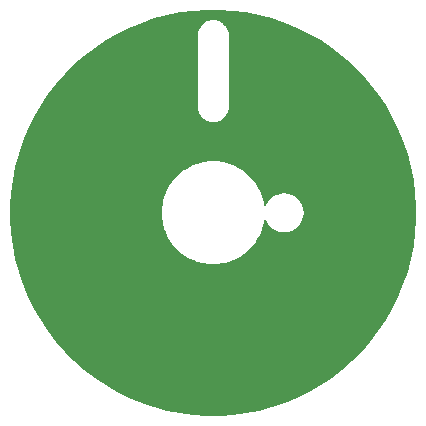
<source format=gbl>
G04*
G04 #@! TF.GenerationSoftware,Altium Limited,Altium Designer,23.1.1 (15)*
G04*
G04 Layer_Physical_Order=2*
G04 Layer_Color=16711680*
%FSLAX25Y25*%
%MOIN*%
G70*
G04*
G04 #@! TF.SameCoordinates,F6A7181F-DDE4-4A95-89CB-3D27ECFAE574*
G04*
G04*
G04 #@! TF.FilePolarity,Positive*
G04*
G01*
G75*
%ADD32C,0.03937*%
G36*
X6639Y67404D02*
X11033Y66825D01*
X15380Y65960D01*
X19661Y64813D01*
X23858Y63389D01*
X27953Y61693D01*
X31928Y59732D01*
X35766Y57516D01*
X39451Y55054D01*
X42967Y52356D01*
X46299Y49434D01*
X49433Y46299D01*
X52356Y42967D01*
X55054Y39451D01*
X57516Y35766D01*
X59732Y31928D01*
X61693Y27952D01*
X63389Y23858D01*
X64813Y19661D01*
X65960Y15380D01*
X66825Y11033D01*
X67404Y6639D01*
X67693Y2216D01*
Y-2216D01*
X67404Y-6639D01*
X66825Y-11033D01*
X65960Y-15380D01*
X64813Y-19661D01*
X63389Y-23858D01*
X61693Y-27953D01*
X59732Y-31928D01*
X57516Y-35766D01*
X55054Y-39451D01*
X52356Y-42967D01*
X49434Y-46299D01*
X46299Y-49433D01*
X42967Y-52356D01*
X39451Y-55054D01*
X35766Y-57516D01*
X31928Y-59732D01*
X27952Y-61693D01*
X23858Y-63389D01*
X19661Y-64813D01*
X15380Y-65960D01*
X11033Y-66825D01*
X6639Y-67404D01*
X2216Y-67694D01*
X0Y-67693D01*
X-2216D01*
X-6639Y-67404D01*
X-11033Y-66825D01*
X-15380Y-65960D01*
X-19661Y-64813D01*
X-23858Y-63389D01*
X-27953Y-61693D01*
X-31928Y-59732D01*
X-35766Y-57516D01*
X-39451Y-55054D01*
X-42967Y-52356D01*
X-46299Y-49434D01*
X-49433Y-46300D01*
X-52356Y-42967D01*
X-55054Y-39451D01*
X-57516Y-35766D01*
X-59732Y-31928D01*
X-61693Y-27952D01*
X-63389Y-23858D01*
X-64813Y-19661D01*
X-65960Y-15380D01*
X-66825Y-11033D01*
X-67404Y-6639D01*
X-67694Y-2216D01*
X-67693Y-0D01*
Y2216D01*
X-67404Y6639D01*
X-66825Y11033D01*
X-65960Y15380D01*
X-64813Y19661D01*
X-63389Y23858D01*
X-61693Y27953D01*
X-59732Y31928D01*
X-57516Y35766D01*
X-55054Y39451D01*
X-52356Y42967D01*
X-49434Y46299D01*
X-46300Y49433D01*
X-42967Y52356D01*
X-39451Y55054D01*
X-35766Y57516D01*
X-31928Y59732D01*
X-27952Y61693D01*
X-23858Y63389D01*
X-19661Y64813D01*
X-15380Y65960D01*
X-11033Y66825D01*
X-6639Y67404D01*
X-2216Y67693D01*
X2216D01*
X6639Y67404D01*
D02*
G37*
%LPC*%
G36*
X518Y64196D02*
X-518D01*
X-673Y64166D01*
X-830Y64155D01*
X-1831Y63887D01*
X-1973Y63817D01*
X-2122Y63767D01*
X-3019Y63248D01*
X-3138Y63144D01*
X-3269Y63057D01*
X-4002Y62324D01*
X-4090Y62193D01*
X-4193Y62075D01*
X-4712Y61177D01*
X-4762Y61028D01*
X-4832Y60886D01*
X-5100Y59885D01*
X-5111Y59728D01*
X-5141Y59573D01*
Y59055D01*
Y35433D01*
Y34915D01*
X-5111Y34760D01*
X-5100Y34603D01*
X-4832Y33602D01*
X-4762Y33461D01*
X-4712Y33311D01*
X-4193Y32414D01*
X-4089Y32295D01*
X-4002Y32164D01*
X-3269Y31431D01*
X-3138Y31344D01*
X-3019Y31240D01*
X-2122Y30721D01*
X-1973Y30671D01*
X-1831Y30601D01*
X-830Y30333D01*
X-673Y30323D01*
X-518Y30292D01*
X518D01*
X673Y30323D01*
X830Y30333D01*
X1831Y30601D01*
X1973Y30671D01*
X2122Y30721D01*
X3019Y31240D01*
X3138Y31344D01*
X3269Y31431D01*
X4002Y32164D01*
X4090Y32295D01*
X4193Y32414D01*
X4712Y33311D01*
X4762Y33461D01*
X4832Y33602D01*
X5100Y34603D01*
X5111Y34760D01*
X5141Y34915D01*
Y35433D01*
Y59055D01*
Y59573D01*
X5111Y59728D01*
X5100Y59885D01*
X4832Y60886D01*
X4762Y61028D01*
X4712Y61177D01*
X4193Y62075D01*
X4089Y62193D01*
X4002Y62324D01*
X3269Y63057D01*
X3138Y63145D01*
X3019Y63248D01*
X2122Y63767D01*
X1973Y63817D01*
X1831Y63887D01*
X830Y64155D01*
X673Y64166D01*
X518Y64196D01*
D02*
G37*
G36*
X1045Y17149D02*
X-1045D01*
X-1123Y17134D01*
X-1202Y17139D01*
X-3275Y16866D01*
X-3350Y16840D01*
X-3429Y16835D01*
X-5448Y16294D01*
X-5519Y16259D01*
X-5597Y16244D01*
X-7528Y15444D01*
X-7594Y15400D01*
X-7670Y15374D01*
X-9480Y14329D01*
X-9539Y14277D01*
X-9611Y14242D01*
X-11269Y12969D01*
X-11321Y12909D01*
X-11387Y12865D01*
X-12865Y11387D01*
X-12909Y11321D01*
X-12969Y11269D01*
X-14242Y9611D01*
X-14277Y9539D01*
X-14329Y9480D01*
X-15374Y7670D01*
X-15400Y7594D01*
X-15444Y7528D01*
X-16244Y5597D01*
X-16259Y5519D01*
X-16294Y5448D01*
X-16835Y3429D01*
X-16840Y3350D01*
X-16866Y3274D01*
X-17139Y1202D01*
X-17134Y1123D01*
X-17149Y1045D01*
Y-1045D01*
X-17134Y-1123D01*
X-17139Y-1202D01*
X-16866Y-3274D01*
X-16840Y-3350D01*
X-16835Y-3429D01*
X-16294Y-5448D01*
X-16259Y-5519D01*
X-16244Y-5597D01*
X-15444Y-7528D01*
X-15400Y-7594D01*
X-15374Y-7670D01*
X-14329Y-9480D01*
X-14277Y-9539D01*
X-14242Y-9611D01*
X-12969Y-11269D01*
X-12909Y-11321D01*
X-12865Y-11387D01*
X-11387Y-12865D01*
X-11321Y-12909D01*
X-11269Y-12969D01*
X-9611Y-14242D01*
X-9539Y-14277D01*
X-9480Y-14329D01*
X-7670Y-15374D01*
X-7594Y-15400D01*
X-7528Y-15444D01*
X-5597Y-16244D01*
X-5519Y-16259D01*
X-5448Y-16294D01*
X-3429Y-16835D01*
X-3350Y-16840D01*
X-3274Y-16866D01*
X-1202Y-17139D01*
X-1123Y-17134D01*
X-1045Y-17149D01*
X1045D01*
X1123Y-17134D01*
X1202Y-17139D01*
X3274Y-16866D01*
X3350Y-16840D01*
X3429Y-16835D01*
X5448Y-16294D01*
X5519Y-16259D01*
X5597Y-16244D01*
X7528Y-15444D01*
X7594Y-15400D01*
X7670Y-15374D01*
X9480Y-14329D01*
X9539Y-14277D01*
X9611Y-14242D01*
X11269Y-12969D01*
X11321Y-12909D01*
X11387Y-12865D01*
X12865Y-11387D01*
X12909Y-11321D01*
X12969Y-11269D01*
X14242Y-9611D01*
X14277Y-9539D01*
X14329Y-9480D01*
X15374Y-7670D01*
X15400Y-7594D01*
X15444Y-7528D01*
X16244Y-5597D01*
X16259Y-5519D01*
X16294Y-5448D01*
X16835Y-3429D01*
X16840Y-3350D01*
X16866Y-3275D01*
X16996Y-2289D01*
X17505Y-2247D01*
X17583Y-2502D01*
X18187Y-3632D01*
X19000Y-4622D01*
X19990Y-5435D01*
X21120Y-6039D01*
X22347Y-6411D01*
X23622Y-6537D01*
X24897Y-6411D01*
X26124Y-6039D01*
X27254Y-5435D01*
X28244Y-4622D01*
X29057Y-3632D01*
X29661Y-2502D01*
X30033Y-1275D01*
X30159Y0D01*
X30033Y1275D01*
X29661Y2502D01*
X29057Y3632D01*
X28244Y4622D01*
X27254Y5435D01*
X26124Y6039D01*
X24897Y6411D01*
X23622Y6537D01*
X22347Y6411D01*
X21120Y6039D01*
X19990Y5435D01*
X19000Y4622D01*
X18187Y3632D01*
X17583Y2502D01*
X17505Y2247D01*
X16996Y2289D01*
X16866Y3274D01*
X16840Y3350D01*
X16835Y3429D01*
X16294Y5448D01*
X16259Y5519D01*
X16244Y5597D01*
X15444Y7528D01*
X15400Y7594D01*
X15374Y7670D01*
X14329Y9480D01*
X14277Y9539D01*
X14242Y9611D01*
X12969Y11269D01*
X12909Y11321D01*
X12865Y11387D01*
X11387Y12865D01*
X11321Y12909D01*
X11269Y12969D01*
X9611Y14242D01*
X9539Y14277D01*
X9480Y14329D01*
X7670Y15374D01*
X7594Y15400D01*
X7528Y15444D01*
X5597Y16244D01*
X5519Y16259D01*
X5448Y16294D01*
X3429Y16835D01*
X3350Y16840D01*
X3274Y16866D01*
X1202Y17139D01*
X1123Y17134D01*
X1045Y17149D01*
D02*
G37*
%LPD*%
D32*
X20669Y-35433D02*
D03*
X-19685Y-56102D02*
D03*
X-56102Y-8858D02*
D03*
X-13780Y55118D02*
D03*
X-51181Y38386D02*
D03*
X19685Y-48228D02*
D03*
X-1969Y-57087D02*
D03*
X-15748Y-20669D02*
D03*
X-8858Y43307D02*
D03*
X-984Y22638D02*
D03*
X21654Y15748D02*
D03*
X14764Y-13780D02*
D03*
X-35433Y-45276D02*
D03*
X-32480Y6890D02*
D03*
X-56102Y12795D02*
D03*
M02*

</source>
